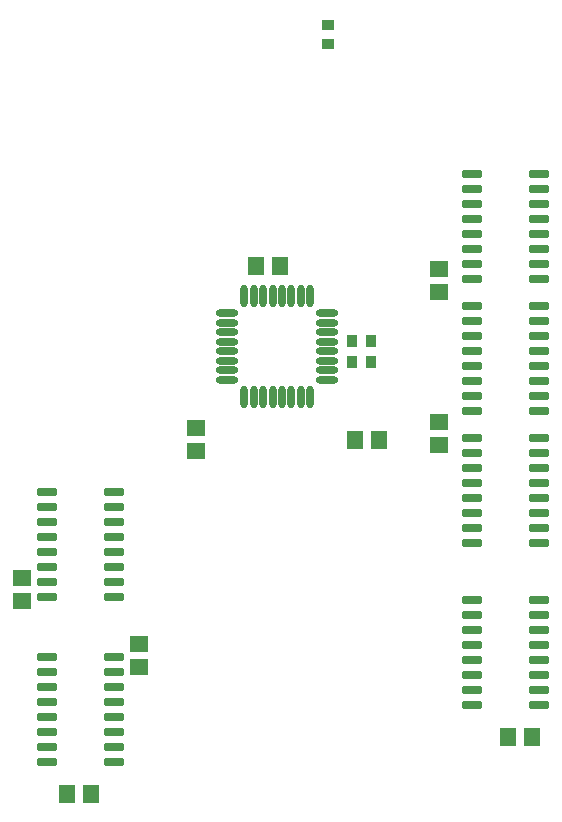
<source format=gtp>
G04 Layer_Color=8421504*
%FSLAX25Y25*%
%MOIN*%
G70*
G01*
G75*
%ADD10R,0.05512X0.05906*%
%ADD11R,0.05906X0.05512*%
G04:AMPARAMS|DCode=12|XSize=25.59mil|YSize=64.96mil|CornerRadius=1.92mil|HoleSize=0mil|Usage=FLASHONLY|Rotation=270.000|XOffset=0mil|YOffset=0mil|HoleType=Round|Shape=RoundedRectangle|*
%AMROUNDEDRECTD12*
21,1,0.02559,0.06112,0,0,270.0*
21,1,0.02175,0.06496,0,0,270.0*
1,1,0.00384,-0.03056,-0.01088*
1,1,0.00384,-0.03056,0.01088*
1,1,0.00384,0.03056,0.01088*
1,1,0.00384,0.03056,-0.01088*
%
%ADD12ROUNDEDRECTD12*%
%ADD13R,0.03543X0.03937*%
%ADD14O,0.02362X0.07677*%
%ADD15O,0.07677X0.02362*%
%ADD16R,0.03937X0.03543*%
D10*
X140984Y177717D02*
D03*
X133110D02*
D03*
X37110Y59716D02*
D03*
X44984D02*
D03*
X191984Y78716D02*
D03*
X184110D02*
D03*
X100110Y235717D02*
D03*
X107984D02*
D03*
D11*
X80047Y181653D02*
D03*
Y173779D02*
D03*
X22047Y131653D02*
D03*
Y123779D02*
D03*
X61047Y101779D02*
D03*
Y109653D02*
D03*
X161047Y183653D02*
D03*
Y175779D02*
D03*
Y226780D02*
D03*
Y234653D02*
D03*
D12*
X52669Y125216D02*
D03*
Y130217D02*
D03*
Y135216D02*
D03*
Y140217D02*
D03*
Y145217D02*
D03*
Y150216D02*
D03*
Y155217D02*
D03*
Y160216D02*
D03*
X30425Y125216D02*
D03*
Y130217D02*
D03*
Y135216D02*
D03*
Y140217D02*
D03*
Y145217D02*
D03*
Y150216D02*
D03*
Y155217D02*
D03*
Y160216D02*
D03*
X52669Y70217D02*
D03*
Y75217D02*
D03*
Y80216D02*
D03*
Y85216D02*
D03*
Y90216D02*
D03*
Y95217D02*
D03*
Y100216D02*
D03*
Y105217D02*
D03*
X30425Y70217D02*
D03*
Y75217D02*
D03*
Y80216D02*
D03*
Y85216D02*
D03*
Y90216D02*
D03*
Y95217D02*
D03*
Y100216D02*
D03*
Y105217D02*
D03*
X194169Y89217D02*
D03*
Y94217D02*
D03*
Y99217D02*
D03*
Y104217D02*
D03*
Y109216D02*
D03*
Y114216D02*
D03*
Y119217D02*
D03*
Y124216D02*
D03*
X171925Y89217D02*
D03*
Y94217D02*
D03*
Y99217D02*
D03*
Y104217D02*
D03*
Y109216D02*
D03*
Y114216D02*
D03*
Y119217D02*
D03*
Y124216D02*
D03*
X194169Y143217D02*
D03*
Y148216D02*
D03*
Y153217D02*
D03*
Y158217D02*
D03*
Y163216D02*
D03*
Y168217D02*
D03*
Y173216D02*
D03*
Y178217D02*
D03*
X171925Y143217D02*
D03*
Y148216D02*
D03*
Y153217D02*
D03*
Y158217D02*
D03*
Y163216D02*
D03*
Y168217D02*
D03*
Y173216D02*
D03*
Y178217D02*
D03*
X194169Y187216D02*
D03*
Y192217D02*
D03*
Y197216D02*
D03*
Y202217D02*
D03*
Y207217D02*
D03*
Y212216D02*
D03*
Y217216D02*
D03*
Y222217D02*
D03*
X171925Y187216D02*
D03*
Y192217D02*
D03*
Y197216D02*
D03*
Y202217D02*
D03*
Y207217D02*
D03*
Y212216D02*
D03*
Y217216D02*
D03*
Y222217D02*
D03*
X194169Y231217D02*
D03*
Y236216D02*
D03*
Y241216D02*
D03*
Y246217D02*
D03*
Y251217D02*
D03*
Y256217D02*
D03*
Y261216D02*
D03*
Y266216D02*
D03*
X171925Y231217D02*
D03*
Y236216D02*
D03*
Y241216D02*
D03*
Y246217D02*
D03*
Y251217D02*
D03*
Y256217D02*
D03*
Y261216D02*
D03*
Y266216D02*
D03*
D13*
X131898Y203716D02*
D03*
X138197D02*
D03*
X138197Y210717D02*
D03*
X131898D02*
D03*
D14*
X96024Y191984D02*
D03*
X99173D02*
D03*
X102323D02*
D03*
X105472D02*
D03*
X108622D02*
D03*
X111772D02*
D03*
X114921D02*
D03*
X118071D02*
D03*
Y225449D02*
D03*
X114921D02*
D03*
X111772D02*
D03*
X108622D02*
D03*
X105472D02*
D03*
X102323D02*
D03*
X99173D02*
D03*
X96024D02*
D03*
D15*
X123779Y197693D02*
D03*
Y200842D02*
D03*
Y203992D02*
D03*
Y207142D02*
D03*
Y210291D02*
D03*
Y213441D02*
D03*
Y216591D02*
D03*
Y219740D02*
D03*
X90315D02*
D03*
Y216591D02*
D03*
Y213441D02*
D03*
Y210291D02*
D03*
Y207142D02*
D03*
Y203992D02*
D03*
Y200842D02*
D03*
Y197693D02*
D03*
D16*
X124047Y309567D02*
D03*
Y315866D02*
D03*
M02*

</source>
